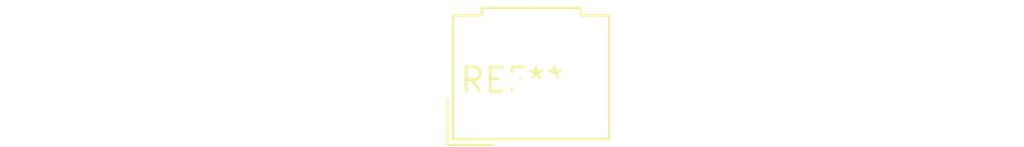
<source format=kicad_pcb>
(kicad_pcb (version 20240108) (generator pcbnew)
  (layers (0 "F.Cu" signal) (31 "B.Cu" signal) (34 "B.Paste" user) (35 "F.Paste" user) (36 "B.SilkS" user "B.Silkscreen") (37 "F.SilkS" user "F.Silkscreen") (38 "B.Mask" user) (39 "F.Mask" user) (44 "Edge.Cuts" user))
  (net 0 "")
  (footprint "Molex_MicroClasp_55932-0230_1x02_P2.00mm_Vertical" (layer "F.Cu") (at 0 0)
    (property "Reference" "REF**")
    (property "Value" "Molex_MicroClasp_55932-0230_1x02_P2.00mm_Vertical")
    (fp_line (start -3.41 1) (end -3.41 3.41) (layer "F.SilkS") (stroke (width 0.12)))
    (fp_line (start -3.41 3.41) (end -1 3.41) (layer "F.SilkS") (stroke (width 0.12)))
    (fp_line (start -3.11 -3.41) (end -3.11 3.11) (layer "F.SilkS") (stroke (width 0.12)))
    (fp_line (start -3.11 3.11) (end 1 3.11) (layer "F.SilkS") (stroke (width 0.12)))
    (fp_line (start -1.61 -3.81) (end -1.61 -3.41) (layer "F.SilkS") (stroke (width 0.12)))
    (fp_line (start -1.61 -3.41) (end -3.11 -3.41) (layer "F.SilkS") (stroke (width 0.12)))
    (fp_line (start 1 -3.81) (end -1.61 -3.81) (layer "F.SilkS") (stroke (width 0.12)))
    (fp_line (start 1 -3.81) (end 3.61 -3.81) (layer "F.SilkS") (stroke (width 0.12)))
    (fp_line (start 3.61 -3.81) (end 3.61 -3.41) (layer "F.SilkS") (stroke (width 0.12)))
    (fp_line (start 3.61 -3.41) (end 5.11 -3.41) (layer "F.SilkS") (stroke (width 0.12)))
    (fp_line (start 5.11 -3.41) (end 5.11 3.11) (layer "F.SilkS") (stroke (width 0.12)))
    (fp_line (start 5.11 3.11) (end 1 3.11) (layer "F.SilkS") (stroke (width 0.12)))
    (pad "1" thru_hole roundrect (at 0 0) (size 1.2 1.8) (drill 0.8) (layers *.Cu *.Mask) (remove_unused_layers) (roundrect_rratio 0.208333))
    (pad "2" thru_hole oval (at 2 0) (size 1.2 1.8) (drill 0.8) (layers *.Cu *.Mask) (remove_unused_layers))
  )
)
</source>
